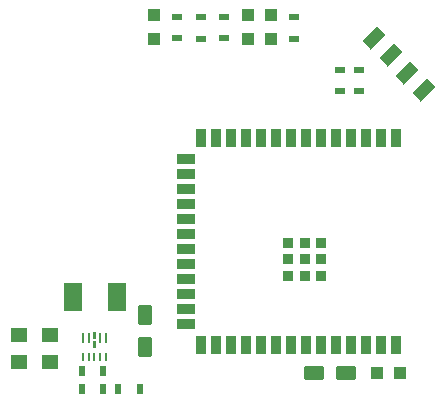
<source format=gbp>
G04*
G04 #@! TF.GenerationSoftware,Altium Limited,Altium Designer,21.2.1 (34)*
G04*
G04 Layer_Color=128*
%FSTAX24Y24*%
%MOIN*%
G70*
G04*
G04 #@! TF.SameCoordinates,69041C72-035C-4FA9-9E98-1EB6260ED9D6*
G04*
G04*
G04 #@! TF.FilePolarity,Positive*
G04*
G01*
G75*
%ADD18R,0.0354X0.0236*%
%ADD19R,0.0394X0.0394*%
%ADD20R,0.0236X0.0354*%
G04:AMPARAMS|DCode=21|XSize=40mil|YSize=70mil|CornerRadius=0mil|HoleSize=0mil|Usage=FLASHONLY|Rotation=134.000|XOffset=0mil|YOffset=0mil|HoleType=Round|Shape=Rectangle|*
%AMROTATEDRECTD21*
4,1,4,0.0391,0.0099,-0.0113,-0.0387,-0.0391,-0.0099,0.0113,0.0387,0.0391,0.0099,0.0*
%
%ADD21ROTATEDRECTD21*%

%ADD27R,0.0394X0.0394*%
G04:AMPARAMS|DCode=37|XSize=67.3mil|YSize=48.4mil|CornerRadius=6.1mil|HoleSize=0mil|Usage=FLASHONLY|Rotation=90.000|XOffset=0mil|YOffset=0mil|HoleType=Round|Shape=RoundedRectangle|*
%AMROUNDEDRECTD37*
21,1,0.0673,0.0363,0,0,90.0*
21,1,0.0552,0.0484,0,0,90.0*
1,1,0.0121,0.0182,0.0276*
1,1,0.0121,0.0182,-0.0276*
1,1,0.0121,-0.0182,-0.0276*
1,1,0.0121,-0.0182,0.0276*
%
%ADD37ROUNDEDRECTD37*%
%ADD93R,0.0354X0.0354*%
G04:AMPARAMS|DCode=95|XSize=35.4mil|YSize=9.8mil|CornerRadius=2mil|HoleSize=0mil|Usage=FLASHONLY|Rotation=90.000|XOffset=0mil|YOffset=0mil|HoleType=Round|Shape=RoundedRectangle|*
%AMROUNDEDRECTD95*
21,1,0.0354,0.0059,0,0,90.0*
21,1,0.0315,0.0098,0,0,90.0*
1,1,0.0039,0.0030,0.0157*
1,1,0.0039,0.0030,-0.0157*
1,1,0.0039,-0.0030,-0.0157*
1,1,0.0039,-0.0030,0.0157*
%
%ADD95ROUNDEDRECTD95*%
G04:AMPARAMS|DCode=96|XSize=23.6mil|YSize=9.8mil|CornerRadius=2mil|HoleSize=0mil|Usage=FLASHONLY|Rotation=90.000|XOffset=0mil|YOffset=0mil|HoleType=Round|Shape=RoundedRectangle|*
%AMROUNDEDRECTD96*
21,1,0.0236,0.0059,0,0,90.0*
21,1,0.0197,0.0098,0,0,90.0*
1,1,0.0039,0.0030,0.0098*
1,1,0.0039,0.0030,-0.0098*
1,1,0.0039,-0.0030,-0.0098*
1,1,0.0039,-0.0030,0.0098*
%
%ADD96ROUNDEDRECTD96*%
%ADD98R,0.0591X0.0945*%
%ADD99R,0.0550X0.0500*%
G04:AMPARAMS|DCode=100|XSize=67.3mil|YSize=48.4mil|CornerRadius=6.1mil|HoleSize=0mil|Usage=FLASHONLY|Rotation=180.000|XOffset=0mil|YOffset=0mil|HoleType=Round|Shape=RoundedRectangle|*
%AMROUNDEDRECTD100*
21,1,0.0673,0.0363,0,0,180.0*
21,1,0.0552,0.0484,0,0,180.0*
1,1,0.0121,-0.0276,0.0182*
1,1,0.0121,0.0276,0.0182*
1,1,0.0121,0.0276,-0.0182*
1,1,0.0121,-0.0276,-0.0182*
%
%ADD100ROUNDEDRECTD100*%
%ADD101R,0.0591X0.0354*%
%ADD102R,0.0354X0.0591*%
G36*
X007057Y008192D02*
Y008193D01*
X007056Y008194D01*
Y008195D01*
X007056Y008196D01*
X007056Y008197D01*
X007055Y008198D01*
X007054Y008199D01*
X007054Y0082D01*
X007053Y0082D01*
X007053Y008201D01*
X007052Y008202D01*
X007051Y008203D01*
X00705Y008204D01*
X00705Y008204D01*
X007049Y008205D01*
X007048Y008206D01*
X007047Y008206D01*
X007046Y008207D01*
X007045Y008207D01*
X007044Y008207D01*
X007043Y008208D01*
X007043D01*
X007041Y008208D01*
X007041D01*
X007039Y008209D01*
X007039D01*
X007037D01*
X006978D01*
X006977D01*
X006976D01*
X006975Y008208D01*
X006974D01*
X006973Y008208D01*
X006972D01*
X006971Y008207D01*
X00697Y008207D01*
X006969Y008207D01*
X006969Y008206D01*
X006968Y008206D01*
X006967Y008205D01*
X006966Y008204D01*
X006965Y008204D01*
X006965Y008203D01*
X006964Y008202D01*
X006963Y008201D01*
X006963Y0082D01*
X006962Y0082D01*
X006961Y008199D01*
X006961Y008198D01*
X00696Y008197D01*
X00696Y008196D01*
X006959Y008195D01*
Y008194D01*
X006959Y008193D01*
Y008192D01*
X006959Y008191D01*
Y00801D01*
X006959Y008009D01*
Y008008D01*
X006959Y008007D01*
Y008006D01*
X00696Y008005D01*
X00696Y008004D01*
X006961Y008003D01*
X006961Y008002D01*
X006962Y008001D01*
X006963Y008D01*
X006963Y008D01*
X006964Y007999D01*
X006965Y007998D01*
X006965Y007997D01*
X006966Y007996D01*
X006967Y007996D01*
X006968Y007995D01*
X006969Y007995D01*
X006969Y007994D01*
X00697Y007994D01*
X006971Y007993D01*
X006972Y007993D01*
X006973D01*
X006974Y007993D01*
X006975D01*
X006976Y007992D01*
X006977D01*
X006978D01*
X007037D01*
X007039D01*
X007039D01*
X007041Y007993D01*
X007041D01*
X007043Y007993D01*
X007043D01*
X007044Y007993D01*
X007045Y007994D01*
X007046Y007994D01*
X007047Y007995D01*
X007048Y007995D01*
X007049Y007996D01*
X00705Y007996D01*
X00705Y007997D01*
X007051Y007998D01*
X007052Y007999D01*
X007053Y008D01*
X007053Y008D01*
X007054Y008001D01*
X007054Y008002D01*
X007055Y008003D01*
X007056Y008004D01*
X007056Y008005D01*
X007056Y008006D01*
Y008007D01*
X007057Y008008D01*
Y008009D01*
X007057Y00801D01*
Y008191D01*
X007057Y008192D01*
D02*
G37*
G36*
Y008487D02*
Y008488D01*
X007056Y008489D01*
Y00849D01*
X007056Y008491D01*
X007056Y008492D01*
X007055Y008493D01*
X007054Y008494D01*
X007054Y008495D01*
X007053Y008496D01*
X007053Y008496D01*
X007052Y008497D01*
X007051Y008498D01*
X00705Y008499D01*
X00705Y0085D01*
X007049Y0085D01*
X007048Y008501D01*
X007047Y008501D01*
X007046Y008502D01*
X007045Y008502D01*
X007044Y008503D01*
X007043Y008503D01*
X007043D01*
X007041Y008504D01*
X007041D01*
X007039Y008504D01*
X007039D01*
X007037D01*
X006978D01*
X006977D01*
X006976D01*
X006975Y008504D01*
X006974D01*
X006973Y008503D01*
X006972D01*
X006971Y008503D01*
X00697Y008502D01*
X006969Y008502D01*
X006969Y008501D01*
X006968Y008501D01*
X006967Y0085D01*
X006966Y0085D01*
X006965Y008499D01*
X006965Y008498D01*
X006964Y008497D01*
X006963Y008496D01*
X006963Y008496D01*
X006962Y008495D01*
X006961Y008494D01*
X006961Y008493D01*
X00696Y008492D01*
X00696Y008491D01*
X006959Y00849D01*
Y008489D01*
X006959Y008488D01*
Y008487D01*
X006959Y008486D01*
Y008305D01*
X006959Y008304D01*
Y008303D01*
X006959Y008302D01*
Y008301D01*
X00696Y0083D01*
X00696Y008299D01*
X006961Y008298D01*
X006961Y008297D01*
X006962Y008296D01*
X006963Y008296D01*
X006963Y008295D01*
X006964Y008294D01*
X006965Y008293D01*
X006965Y008293D01*
X006966Y008292D01*
X006967Y008291D01*
X006968Y008291D01*
X006969Y00829D01*
X006969Y008289D01*
X00697Y008289D01*
X006971Y008289D01*
X006972Y008288D01*
X006973D01*
X006974Y008288D01*
X006975D01*
X006976Y008287D01*
X006977D01*
X006978D01*
X007037D01*
X007039D01*
X007039D01*
X007041Y008288D01*
X007041D01*
X007043Y008288D01*
X007043D01*
X007044Y008289D01*
X007045Y008289D01*
X007046Y008289D01*
X007047Y00829D01*
X007048Y008291D01*
X007049Y008291D01*
X00705Y008292D01*
X00705Y008293D01*
X007051Y008293D01*
X007052Y008294D01*
X007053Y008295D01*
X007053Y008296D01*
X007054Y008296D01*
X007054Y008297D01*
X007055Y008298D01*
X007056Y008299D01*
X007056Y0083D01*
X007056Y008301D01*
Y008302D01*
X007057Y008303D01*
Y008304D01*
X007057Y008305D01*
Y008486D01*
X007057Y008487D01*
D02*
G37*
D18*
X013661Y018297D02*
D03*
X013661Y019011D02*
D03*
X010547Y018297D02*
D03*
X010547Y019011D02*
D03*
X011326Y019026D02*
D03*
X011326Y018311D02*
D03*
X009769Y019026D02*
D03*
X009769Y018311D02*
D03*
X015827Y01654D02*
D03*
X015827Y017255D02*
D03*
X015197Y01654D02*
D03*
X015197Y017255D02*
D03*
D19*
X012898Y018281D02*
D03*
Y019071D02*
D03*
X009006D02*
D03*
Y018281D02*
D03*
X01212D02*
D03*
Y019071D02*
D03*
D20*
X007294Y006614D02*
D03*
X006579Y006614D02*
D03*
X008514Y006614D02*
D03*
X0078Y006614D02*
D03*
X007294Y007205D02*
D03*
X006579Y007205D02*
D03*
D21*
X016329Y018316D02*
D03*
X016885Y017741D02*
D03*
X017441Y017165D02*
D03*
X017997Y01659D02*
D03*
D27*
X017207Y007165D02*
D03*
X016417D02*
D03*
D37*
X008701Y008012D02*
D03*
Y009075D02*
D03*
D93*
X014567Y011496D02*
D03*
Y010945D02*
D03*
X014567Y010394D02*
D03*
X013465Y011496D02*
D03*
Y010945D02*
D03*
Y010394D02*
D03*
X014016Y011496D02*
D03*
Y010394D02*
D03*
X014016Y010945D02*
D03*
D95*
X007402Y008327D02*
D03*
X007205D02*
D03*
X006811D02*
D03*
X006614D02*
D03*
D96*
Y007677D02*
D03*
X006811D02*
D03*
X007008D02*
D03*
X007205D02*
D03*
X007402D02*
D03*
D98*
X006299Y009685D02*
D03*
X007756D02*
D03*
D99*
X004488Y007503D02*
D03*
Y008403D02*
D03*
X005512Y007503D02*
D03*
Y008403D02*
D03*
D100*
X015394Y007165D02*
D03*
X014331D02*
D03*
D101*
X010063Y014285D02*
D03*
Y013785D02*
D03*
Y013285D02*
D03*
X010063Y012785D02*
D03*
X010063Y012285D02*
D03*
Y011785D02*
D03*
Y011285D02*
D03*
Y010785D02*
D03*
Y010285D02*
D03*
X010063Y009785D02*
D03*
X010063Y009285D02*
D03*
Y008785D02*
D03*
D102*
X017055Y01498D02*
D03*
X016555D02*
D03*
X016055D02*
D03*
X015555D02*
D03*
X015055D02*
D03*
X014555Y01498D02*
D03*
X014055Y01498D02*
D03*
X013555D02*
D03*
X013055D02*
D03*
X012555D02*
D03*
X012055Y01498D02*
D03*
X011555Y01498D02*
D03*
X011055D02*
D03*
X010555D02*
D03*
Y008091D02*
D03*
X011055Y008091D02*
D03*
X011555D02*
D03*
X012055D02*
D03*
X012555D02*
D03*
X013055D02*
D03*
X013555D02*
D03*
X014055Y008091D02*
D03*
X014555Y008091D02*
D03*
X015055D02*
D03*
X015555Y008091D02*
D03*
X016055D02*
D03*
X016555Y008091D02*
D03*
X017055D02*
D03*
M02*

</source>
